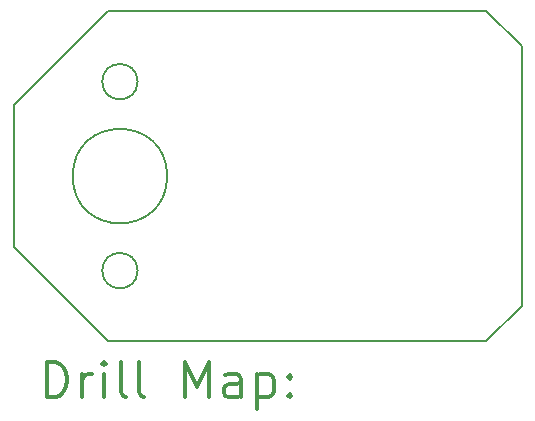
<source format=gbr>
%FSLAX45Y45*%
G04 Gerber Fmt 4.5, Leading zero omitted, Abs format (unit mm)*
G04 Created by KiCad (PCBNEW (5.0.2)-1) date 27.02.2019 21:34:36*
%MOMM*%
%LPD*%
G01*
G04 APERTURE LIST*
%ADD10C,0.150000*%
%ADD11C,0.200000*%
%ADD12C,0.300000*%
G04 APERTURE END LIST*
D10*
X10250000Y-10600000D02*
G75*
G03X10250000Y-10600000I-150000J0D01*
G01*
X10250000Y-12200000D02*
G75*
G03X10250000Y-12200000I-150000J0D01*
G01*
X10500000Y-11400000D02*
G75*
G03X10500000Y-11400000I-400000J0D01*
G01*
X9200000Y-10800000D02*
X10000000Y-10000000D01*
X9200000Y-12000000D02*
X9200000Y-10800000D01*
X10000000Y-12800000D02*
X9200000Y-12000000D01*
X13200000Y-12800000D02*
X10000000Y-12800000D01*
X13500000Y-12500000D02*
X13200000Y-12800000D01*
X13500000Y-10300000D02*
X13500000Y-12500000D01*
X13200000Y-10000000D02*
X13500000Y-10300000D01*
X10000000Y-10000000D02*
X13200000Y-10000000D01*
D11*
D12*
X9478928Y-13273214D02*
X9478928Y-12973214D01*
X9550357Y-12973214D01*
X9593214Y-12987500D01*
X9621786Y-13016071D01*
X9636071Y-13044643D01*
X9650357Y-13101786D01*
X9650357Y-13144643D01*
X9636071Y-13201786D01*
X9621786Y-13230357D01*
X9593214Y-13258929D01*
X9550357Y-13273214D01*
X9478928Y-13273214D01*
X9778928Y-13273214D02*
X9778928Y-13073214D01*
X9778928Y-13130357D02*
X9793214Y-13101786D01*
X9807500Y-13087500D01*
X9836071Y-13073214D01*
X9864643Y-13073214D01*
X9964643Y-13273214D02*
X9964643Y-13073214D01*
X9964643Y-12973214D02*
X9950357Y-12987500D01*
X9964643Y-13001786D01*
X9978928Y-12987500D01*
X9964643Y-12973214D01*
X9964643Y-13001786D01*
X10150357Y-13273214D02*
X10121786Y-13258929D01*
X10107500Y-13230357D01*
X10107500Y-12973214D01*
X10307500Y-13273214D02*
X10278928Y-13258929D01*
X10264643Y-13230357D01*
X10264643Y-12973214D01*
X10650357Y-13273214D02*
X10650357Y-12973214D01*
X10750357Y-13187500D01*
X10850357Y-12973214D01*
X10850357Y-13273214D01*
X11121786Y-13273214D02*
X11121786Y-13116071D01*
X11107500Y-13087500D01*
X11078928Y-13073214D01*
X11021786Y-13073214D01*
X10993214Y-13087500D01*
X11121786Y-13258929D02*
X11093214Y-13273214D01*
X11021786Y-13273214D01*
X10993214Y-13258929D01*
X10978928Y-13230357D01*
X10978928Y-13201786D01*
X10993214Y-13173214D01*
X11021786Y-13158929D01*
X11093214Y-13158929D01*
X11121786Y-13144643D01*
X11264643Y-13073214D02*
X11264643Y-13373214D01*
X11264643Y-13087500D02*
X11293214Y-13073214D01*
X11350357Y-13073214D01*
X11378928Y-13087500D01*
X11393214Y-13101786D01*
X11407500Y-13130357D01*
X11407500Y-13216071D01*
X11393214Y-13244643D01*
X11378928Y-13258929D01*
X11350357Y-13273214D01*
X11293214Y-13273214D01*
X11264643Y-13258929D01*
X11536071Y-13244643D02*
X11550357Y-13258929D01*
X11536071Y-13273214D01*
X11521786Y-13258929D01*
X11536071Y-13244643D01*
X11536071Y-13273214D01*
X11536071Y-13087500D02*
X11550357Y-13101786D01*
X11536071Y-13116071D01*
X11521786Y-13101786D01*
X11536071Y-13087500D01*
X11536071Y-13116071D01*
M02*

</source>
